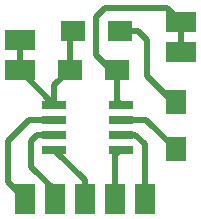
<source format=gbr>
%TF.GenerationSoftware,KiCad,Pcbnew,(6.0.0)*%
%TF.CreationDate,2022-08-09T11:57:35-04:00*%
%TF.ProjectId,attiny412led_test,61747469-6e79-4343-9132-6c65645f7465,rev?*%
%TF.SameCoordinates,Original*%
%TF.FileFunction,Copper,L1,Top*%
%TF.FilePolarity,Positive*%
%FSLAX46Y46*%
G04 Gerber Fmt 4.6, Leading zero omitted, Abs format (unit mm)*
G04 Created by KiCad (PCBNEW (6.0.0)) date 2022-08-09 11:57:35*
%MOMM*%
%LPD*%
G01*
G04 APERTURE LIST*
%TA.AperFunction,SMDPad,CuDef*%
%ADD10R,2.500000X1.700000*%
%TD*%
%TA.AperFunction,SMDPad,CuDef*%
%ADD11R,2.000000X0.800000*%
%TD*%
%TA.AperFunction,SMDPad,CuDef*%
%ADD12R,1.700000X2.500000*%
%TD*%
%TA.AperFunction,SMDPad,CuDef*%
%ADD13R,2.000000X1.700000*%
%TD*%
%TA.AperFunction,SMDPad,CuDef*%
%ADD14R,1.700000X2.000000*%
%TD*%
%TA.AperFunction,Conductor*%
%ADD15C,0.500000*%
%TD*%
G04 APERTURE END LIST*
D10*
%TO.P,J1,1*%
%TO.N,/gnd*%
X123200000Y-74250000D03*
%TO.P,J1,2*%
X123200000Y-76790000D03*
%TD*%
D11*
%TO.P,U1,1,VCC*%
%TO.N,/power*%
X112450000Y-81202500D03*
%TO.P,U1,2,TXD/PA6/DAC*%
%TO.N,/tx*%
X112450000Y-82472500D03*
%TO.P,U1,3,RXD/PA7*%
%TO.N,/rx*%
X112450000Y-83742500D03*
%TO.P,U1,4,PA1/SDA*%
%TO.N,/sda*%
X112450000Y-85012500D03*
%TO.P,U1,5,PA2/SCL*%
%TO.N,/scl*%
X118050000Y-85012500D03*
%TO.P,U1,6,~{RESET}/UPDI/PA0*%
%TO.N,/updi*%
X118050000Y-83742500D03*
%TO.P,U1,7,PA3/SCK*%
%TO.N,/led pin*%
X118050000Y-82472500D03*
%TO.P,U1,8,GND*%
%TO.N,/gnd*%
X118050000Y-81202500D03*
%TD*%
D12*
%TO.P,J3,1,Pin_1*%
%TO.N,/updi*%
X120100000Y-89200000D03*
%TO.P,J3,2,Pin_2*%
%TO.N,/scl*%
X117560000Y-89200000D03*
%TO.P,J3,3,Pin_3*%
%TO.N,/sda*%
X115020000Y-89200000D03*
%TO.P,J3,4,Pin_4*%
%TO.N,/rx*%
X112480000Y-89200000D03*
%TO.P,J3,5,Pin_5*%
%TO.N,/tx*%
X109940000Y-89200000D03*
%TD*%
D13*
%TO.P,R1,1*%
%TO.N,/power*%
X114000000Y-75000000D03*
%TO.P,R1,2*%
%TO.N,Net-(D1-Pad2)*%
X118000000Y-75000000D03*
%TD*%
%TO.P,C1,1*%
%TO.N,/power*%
X113750000Y-78250000D03*
%TO.P,C1,2*%
%TO.N,/gnd*%
X117750000Y-78250000D03*
%TD*%
D10*
%TO.P,J2,1*%
%TO.N,/power*%
X109550000Y-78250000D03*
%TO.P,J2,2*%
X109550000Y-75710000D03*
%TD*%
D14*
%TO.P,D1,1,K*%
%TO.N,/led pin*%
X122750000Y-85000000D03*
%TO.P,D1,2,A*%
%TO.N,Net-(D1-Pad2)*%
X122750000Y-81000000D03*
%TD*%
D15*
%TO.N,Net-(D1-Pad2)*%
X118000000Y-75000000D02*
X119500000Y-75000000D01*
X120250000Y-75750000D02*
X120250000Y-78750000D01*
X122500000Y-81000000D02*
X122750000Y-81000000D01*
X120250000Y-78750000D02*
X122500000Y-81000000D01*
X119500000Y-75000000D02*
X120250000Y-75750000D01*
%TO.N,/led pin*%
X120222500Y-82472500D02*
X118050000Y-82472500D01*
X122750000Y-85000000D02*
X120222500Y-82472500D01*
%TO.N,/gnd*%
X123200000Y-74250000D02*
X121950000Y-73000000D01*
X116000000Y-77000000D02*
X117250000Y-78250000D01*
X116000000Y-73750000D02*
X116000000Y-77000000D01*
X123200000Y-76790000D02*
X123200000Y-74250000D01*
X117750000Y-80902500D02*
X118050000Y-81202500D01*
X117250000Y-78250000D02*
X117750000Y-78250000D01*
X116750000Y-73000000D02*
X116000000Y-73750000D01*
X121950000Y-73000000D02*
X116750000Y-73000000D01*
X117750000Y-78250000D02*
X117750000Y-80902500D01*
%TO.N,/power*%
X112450000Y-79550000D02*
X113750000Y-78250000D01*
X113750000Y-75250000D02*
X114000000Y-75000000D01*
X109550000Y-78250000D02*
X109550000Y-78302500D01*
X109550000Y-75710000D02*
X109550000Y-78250000D01*
X113750000Y-78250000D02*
X113750000Y-75250000D01*
X109550000Y-78302500D02*
X112450000Y-81202500D01*
X112450000Y-81202500D02*
X112450000Y-79550000D01*
%TO.N,/rx*%
X110500000Y-86500000D02*
X110500000Y-84250000D01*
X112480000Y-88480000D02*
X110500000Y-86500000D01*
X111007500Y-83742500D02*
X112450000Y-83742500D01*
X112480000Y-89200000D02*
X112480000Y-88480000D01*
X110500000Y-84250000D02*
X111007500Y-83742500D01*
%TO.N,/tx*%
X108500000Y-87760000D02*
X108500000Y-84250000D01*
X108500000Y-84250000D02*
X110277500Y-82472500D01*
X110277500Y-82472500D02*
X112450000Y-82472500D01*
X109940000Y-89200000D02*
X108500000Y-87760000D01*
%TO.N,/scl*%
X117560000Y-85502500D02*
X118050000Y-85012500D01*
X117560000Y-89200000D02*
X117560000Y-85502500D01*
%TO.N,/sda*%
X115020000Y-87582500D02*
X112450000Y-85012500D01*
X115020000Y-89200000D02*
X115020000Y-87582500D01*
%TO.N,/updi*%
X120100000Y-84542500D02*
X119300000Y-83742500D01*
X120100000Y-89200000D02*
X120100000Y-84542500D01*
X119300000Y-83742500D02*
X118050000Y-83742500D01*
%TD*%
M02*

</source>
